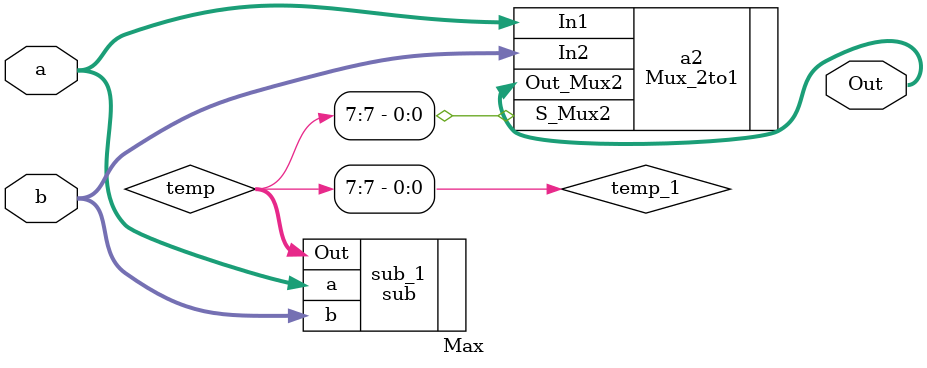
<source format=sv>
module Max(a,b,Out);
parameter n=8;
input [n-1:0]a,b;
output reg[n-1:0]Out;
 wire temp_1;
 wire [n-1:0]temp;



sub sub_1(.a(a),.b(b),.Out(temp));

and (temp_1,temp[7],temp[7]);
Mux_2to1 a2(.S_Mux2(temp_1), .In1(a), .In2(b), .Out_Mux2(Out));
 
 
 
endmodule
</source>
